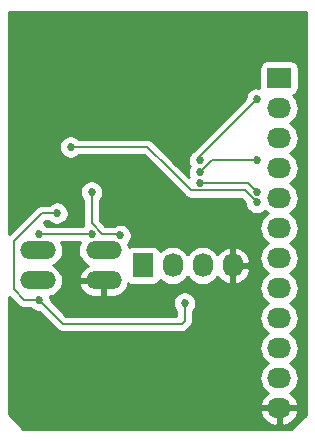
<source format=gbr>
G04 #@! TF.FileFunction,Copper,L2,Bot,Signal*
%FSLAX46Y46*%
G04 Gerber Fmt 4.6, Leading zero omitted, Abs format (unit mm)*
G04 Created by KiCad (PCBNEW 4.0.2+e4-6225~38~ubuntu16.04.1-stable) date Sun 10 Jul 2016 07:48:29 PM PDT*
%MOMM*%
G01*
G04 APERTURE LIST*
%ADD10C,0.100000*%
%ADD11R,2.032000X1.727200*%
%ADD12O,2.032000X1.727200*%
%ADD13O,3.014980X1.506220*%
%ADD14R,1.727200X2.032000*%
%ADD15O,1.727200X2.032000*%
%ADD16C,0.685800*%
%ADD17C,0.152400*%
%ADD18C,0.254000*%
G04 APERTURE END LIST*
D10*
D11*
X168402000Y-109220000D03*
D12*
X168402000Y-111760000D03*
X168402000Y-114300000D03*
X168402000Y-116840000D03*
X168402000Y-119380000D03*
X168402000Y-121920000D03*
X168402000Y-124460000D03*
X168402000Y-127000000D03*
X168402000Y-129540000D03*
X168402000Y-132080000D03*
X168402000Y-134620000D03*
X168402000Y-137160000D03*
D13*
X153543000Y-123825000D03*
X153543000Y-126365000D03*
X147955000Y-123825000D03*
X147955000Y-126365000D03*
D14*
X156845000Y-125095000D03*
D15*
X159385000Y-125095000D03*
X161925000Y-125095000D03*
X164465000Y-125095000D03*
D16*
X166370000Y-137160000D03*
X166497000Y-121285000D03*
X163576000Y-128270000D03*
X166497000Y-116205000D03*
X161671000Y-117221000D03*
X152527000Y-122428000D03*
X148082000Y-122428000D03*
X160401000Y-128270000D03*
X149606000Y-120650000D03*
X148082000Y-128016000D03*
X161671000Y-116205000D03*
X166501850Y-111002850D03*
X152527000Y-118872000D03*
X154940000Y-122555000D03*
X161671000Y-118110000D03*
X166497000Y-118872000D03*
X166497000Y-119761000D03*
X150749000Y-115062000D03*
D17*
X166497000Y-121285000D02*
X166370000Y-121158000D01*
X150495000Y-122428000D02*
X152527000Y-122428000D01*
X162687000Y-116205000D02*
X166497000Y-116205000D01*
X161671000Y-117221000D02*
X162687000Y-116205000D01*
X150495000Y-122428000D02*
X148082000Y-122428000D01*
X148082000Y-128016000D02*
X150114000Y-130048000D01*
X160401000Y-129794000D02*
X160401000Y-128270000D01*
X160147000Y-130048000D02*
X160401000Y-129794000D01*
X150114000Y-130048000D02*
X160147000Y-130048000D01*
X149606000Y-120650000D02*
X148336000Y-120650000D01*
X148336000Y-120650000D02*
X145923000Y-123063000D01*
X145923000Y-123063000D02*
X145923000Y-127127000D01*
X145923000Y-127127000D02*
X146812000Y-128016000D01*
X146812000Y-128016000D02*
X148082000Y-128016000D01*
X161671000Y-115833700D02*
X161671000Y-116205000D01*
X166501850Y-111002850D02*
X161671000Y-115833700D01*
X152527000Y-118872000D02*
X152527000Y-121539000D01*
X152527000Y-121539000D02*
X153416000Y-122428000D01*
X153416000Y-122428000D02*
X154813000Y-122428000D01*
X154813000Y-122428000D02*
X154940000Y-122555000D01*
X165735000Y-118110000D02*
X161671000Y-118110000D01*
X166497000Y-118872000D02*
X165735000Y-118110000D01*
X159131000Y-116967000D02*
X157226000Y-115062000D01*
X166497000Y-119761000D02*
X165481000Y-118745000D01*
X165481000Y-118745000D02*
X160909000Y-118745000D01*
X160909000Y-118745000D02*
X159131000Y-116967000D01*
X157226000Y-115062000D02*
X150749000Y-115062000D01*
D18*
G36*
X170688000Y-137647017D02*
X170646750Y-137783644D01*
X169534582Y-138895812D01*
X169398294Y-138938000D01*
X146832983Y-138938000D01*
X146696356Y-138896750D01*
X145584188Y-137784582D01*
X145542000Y-137648294D01*
X145542000Y-137519026D01*
X166794642Y-137519026D01*
X166797291Y-137534789D01*
X166898314Y-137810919D01*
X167051267Y-138062035D01*
X167250271Y-138278486D01*
X167487679Y-138451954D01*
X167754367Y-138575773D01*
X168040086Y-138645185D01*
X168275000Y-138500925D01*
X168275000Y-137287000D01*
X168529000Y-137287000D01*
X168529000Y-138500925D01*
X168763914Y-138645185D01*
X169049633Y-138575773D01*
X169316321Y-138451954D01*
X169553729Y-138278486D01*
X169752733Y-138062035D01*
X169905686Y-137810919D01*
X170006709Y-137534789D01*
X170009358Y-137519026D01*
X169888217Y-137287000D01*
X168529000Y-137287000D01*
X168275000Y-137287000D01*
X166915783Y-137287000D01*
X166794642Y-137519026D01*
X145542000Y-137519026D01*
X145542000Y-127751788D01*
X146309106Y-128518894D01*
X146359806Y-128560539D01*
X146410195Y-128602821D01*
X146413476Y-128604625D01*
X146416363Y-128606996D01*
X146474238Y-128638028D01*
X146531829Y-128669689D01*
X146535393Y-128670819D01*
X146538689Y-128672587D01*
X146601504Y-128691792D01*
X146664133Y-128711659D01*
X146667851Y-128712076D01*
X146671426Y-128713169D01*
X146736772Y-128719807D01*
X146802070Y-128727131D01*
X146809377Y-128727182D01*
X146809517Y-128727196D01*
X146809648Y-128727184D01*
X146812000Y-128727200D01*
X147409298Y-128727200D01*
X147445137Y-128764312D01*
X147602613Y-128873761D01*
X147778350Y-128950539D01*
X147965652Y-128991720D01*
X148053778Y-128993566D01*
X149611106Y-130550894D01*
X149661828Y-130592558D01*
X149712195Y-130634821D01*
X149715474Y-130636623D01*
X149718362Y-130638996D01*
X149776258Y-130670040D01*
X149833829Y-130701689D01*
X149837392Y-130702819D01*
X149840689Y-130704587D01*
X149903504Y-130723792D01*
X149966133Y-130743659D01*
X149969851Y-130744076D01*
X149973426Y-130745169D01*
X150038772Y-130751807D01*
X150104070Y-130759131D01*
X150111377Y-130759182D01*
X150111517Y-130759196D01*
X150111648Y-130759184D01*
X150114000Y-130759200D01*
X160147000Y-130759200D01*
X160212346Y-130752793D01*
X160277826Y-130747064D01*
X160281421Y-130746020D01*
X160285139Y-130745655D01*
X160347990Y-130726679D01*
X160411117Y-130708339D01*
X160414438Y-130706618D01*
X160418017Y-130705537D01*
X160476012Y-130674701D01*
X160534347Y-130644463D01*
X160537270Y-130642130D01*
X160540572Y-130640374D01*
X160591487Y-130598849D01*
X160642824Y-130557867D01*
X160648024Y-130552738D01*
X160648136Y-130552647D01*
X160648222Y-130552543D01*
X160649894Y-130550894D01*
X160903894Y-130296895D01*
X160945556Y-130246175D01*
X160987821Y-130195805D01*
X160989625Y-130192523D01*
X160991995Y-130189638D01*
X161023018Y-130131780D01*
X161054689Y-130074171D01*
X161055819Y-130070607D01*
X161057587Y-130067311D01*
X161076792Y-130004496D01*
X161096659Y-129941867D01*
X161097076Y-129938149D01*
X161098169Y-129934574D01*
X161104807Y-129869228D01*
X161112131Y-129803930D01*
X161112182Y-129796623D01*
X161112196Y-129796483D01*
X161112184Y-129796352D01*
X161112200Y-129794000D01*
X161112200Y-128943162D01*
X161144848Y-128912072D01*
X161255394Y-128755363D01*
X161333396Y-128580167D01*
X161375884Y-128393156D01*
X161378942Y-128174112D01*
X161341693Y-127985988D01*
X161268613Y-127808682D01*
X161162485Y-127648948D01*
X161027353Y-127512869D01*
X160868364Y-127405629D01*
X160691572Y-127331313D01*
X160503713Y-127292751D01*
X160311942Y-127291412D01*
X160123562Y-127327347D01*
X159945750Y-127399188D01*
X159785279Y-127504198D01*
X159648260Y-127638376D01*
X159539913Y-127796613D01*
X159464364Y-127972882D01*
X159424492Y-128160467D01*
X159421814Y-128352225D01*
X159456433Y-128540850D01*
X159527031Y-128719159D01*
X159630918Y-128880360D01*
X159689800Y-128941334D01*
X159689800Y-129336800D01*
X150408588Y-129336800D01*
X149059005Y-127987217D01*
X149059942Y-127920112D01*
X149022693Y-127731988D01*
X149017057Y-127718314D01*
X149248715Y-127648372D01*
X149487915Y-127521186D01*
X149697857Y-127349962D01*
X149870542Y-127141221D01*
X149999394Y-126902914D01*
X150060140Y-126706674D01*
X151443217Y-126706674D01*
X151457573Y-126778872D01*
X151563891Y-127030594D01*
X151717275Y-127256738D01*
X151911830Y-127448613D01*
X152140080Y-127598845D01*
X152393253Y-127701661D01*
X152661620Y-127753110D01*
X153416000Y-127753110D01*
X153416000Y-126492000D01*
X151565838Y-126492000D01*
X151443217Y-126706674D01*
X150060140Y-126706674D01*
X150079505Y-126644118D01*
X150107823Y-126374691D01*
X150083270Y-126104894D01*
X150006780Y-125845005D01*
X149881268Y-125604922D01*
X149711514Y-125393790D01*
X149503983Y-125219652D01*
X149275582Y-125094087D01*
X149487915Y-124981186D01*
X149697857Y-124809962D01*
X149870542Y-124601221D01*
X149999394Y-124362914D01*
X150079505Y-124104118D01*
X150107823Y-123834691D01*
X150083270Y-123564894D01*
X150006780Y-123305005D01*
X149920099Y-123139200D01*
X151578568Y-123139200D01*
X151498606Y-123287086D01*
X151418495Y-123545882D01*
X151390177Y-123815309D01*
X151414730Y-124085106D01*
X151491220Y-124344995D01*
X151616732Y-124585078D01*
X151786486Y-124796210D01*
X151994017Y-124970348D01*
X152224305Y-125096950D01*
X152140080Y-125131155D01*
X151911830Y-125281387D01*
X151717275Y-125473262D01*
X151563891Y-125699406D01*
X151457573Y-125951128D01*
X151443217Y-126023326D01*
X151565838Y-126238000D01*
X153416000Y-126238000D01*
X153416000Y-126218000D01*
X153670000Y-126218000D01*
X153670000Y-126238000D01*
X153690000Y-126238000D01*
X153690000Y-126492000D01*
X153670000Y-126492000D01*
X153670000Y-127753110D01*
X154424380Y-127753110D01*
X154692747Y-127701661D01*
X154945920Y-127598845D01*
X155174170Y-127448613D01*
X155368725Y-127256738D01*
X155522109Y-127030594D01*
X155628427Y-126778872D01*
X155642783Y-126706674D01*
X155582416Y-126600989D01*
X155639950Y-126650025D01*
X155803637Y-126723810D01*
X155981400Y-126749072D01*
X157708600Y-126749072D01*
X157809721Y-126741008D01*
X157981234Y-126687894D01*
X158131159Y-126589100D01*
X158247625Y-126452450D01*
X158314933Y-126303133D01*
X158321637Y-126311353D01*
X158546994Y-126497784D01*
X158804269Y-126636892D01*
X159083665Y-126723379D01*
X159374538Y-126753951D01*
X159665810Y-126727444D01*
X159946385Y-126644866D01*
X160205578Y-126509363D01*
X160433515Y-126326097D01*
X160621515Y-126102048D01*
X160654299Y-126042413D01*
X160676784Y-126084701D01*
X160861637Y-126311353D01*
X161086994Y-126497784D01*
X161344269Y-126636892D01*
X161623665Y-126723379D01*
X161914538Y-126753951D01*
X162205810Y-126727444D01*
X162486385Y-126644866D01*
X162745578Y-126509363D01*
X162973515Y-126326097D01*
X163161515Y-126102048D01*
X163195556Y-126040128D01*
X163346514Y-126246729D01*
X163562965Y-126445733D01*
X163814081Y-126598686D01*
X164090211Y-126699709D01*
X164105974Y-126702358D01*
X164338000Y-126581217D01*
X164338000Y-125222000D01*
X164592000Y-125222000D01*
X164592000Y-126581217D01*
X164824026Y-126702358D01*
X164839789Y-126699709D01*
X165115919Y-126598686D01*
X165367035Y-126445733D01*
X165583486Y-126246729D01*
X165756954Y-126009321D01*
X165880773Y-125742633D01*
X165950185Y-125456914D01*
X165805925Y-125222000D01*
X164592000Y-125222000D01*
X164338000Y-125222000D01*
X164318000Y-125222000D01*
X164318000Y-124968000D01*
X164338000Y-124968000D01*
X164338000Y-123608783D01*
X164592000Y-123608783D01*
X164592000Y-124968000D01*
X165805925Y-124968000D01*
X165950185Y-124733086D01*
X165880773Y-124447367D01*
X165756954Y-124180679D01*
X165583486Y-123943271D01*
X165367035Y-123744267D01*
X165115919Y-123591314D01*
X164839789Y-123490291D01*
X164824026Y-123487642D01*
X164592000Y-123608783D01*
X164338000Y-123608783D01*
X164105974Y-123487642D01*
X164090211Y-123490291D01*
X163814081Y-123591314D01*
X163562965Y-123744267D01*
X163346514Y-123943271D01*
X163196343Y-124148795D01*
X163173216Y-124105299D01*
X162988363Y-123878647D01*
X162763006Y-123692216D01*
X162505731Y-123553108D01*
X162226335Y-123466621D01*
X161935462Y-123436049D01*
X161644190Y-123462556D01*
X161363615Y-123545134D01*
X161104422Y-123680637D01*
X160876485Y-123863903D01*
X160688485Y-124087952D01*
X160655701Y-124147587D01*
X160633216Y-124105299D01*
X160448363Y-123878647D01*
X160223006Y-123692216D01*
X159965731Y-123553108D01*
X159686335Y-123466621D01*
X159395462Y-123436049D01*
X159104190Y-123462556D01*
X158823615Y-123545134D01*
X158564422Y-123680637D01*
X158336485Y-123863903D01*
X158312255Y-123892780D01*
X158285494Y-123806366D01*
X158186700Y-123656441D01*
X158050050Y-123539975D01*
X157886363Y-123466190D01*
X157708600Y-123440928D01*
X155981400Y-123440928D01*
X155880279Y-123448992D01*
X155708766Y-123502106D01*
X155661883Y-123533000D01*
X155594780Y-123305005D01*
X155586712Y-123289573D01*
X155683848Y-123197072D01*
X155794394Y-123040363D01*
X155872396Y-122865167D01*
X155914884Y-122678156D01*
X155917942Y-122459112D01*
X155880693Y-122270988D01*
X155807613Y-122093682D01*
X155701485Y-121933948D01*
X155566353Y-121797869D01*
X155407364Y-121690629D01*
X155230572Y-121616313D01*
X155042713Y-121577751D01*
X154850942Y-121576412D01*
X154662562Y-121612347D01*
X154484750Y-121684188D01*
X154434914Y-121716800D01*
X153710588Y-121716800D01*
X153238200Y-121244412D01*
X153238200Y-119545162D01*
X153270848Y-119514072D01*
X153381394Y-119357363D01*
X153459396Y-119182167D01*
X153501884Y-118995156D01*
X153504942Y-118776112D01*
X153467693Y-118587988D01*
X153394613Y-118410682D01*
X153288485Y-118250948D01*
X153153353Y-118114869D01*
X152994364Y-118007629D01*
X152817572Y-117933313D01*
X152629713Y-117894751D01*
X152437942Y-117893412D01*
X152249562Y-117929347D01*
X152071750Y-118001188D01*
X151911279Y-118106198D01*
X151774260Y-118240376D01*
X151665913Y-118398613D01*
X151590364Y-118574882D01*
X151550492Y-118762467D01*
X151547814Y-118954225D01*
X151582433Y-119142850D01*
X151653031Y-119321159D01*
X151756918Y-119482360D01*
X151815800Y-119543334D01*
X151815800Y-121539000D01*
X151822207Y-121604346D01*
X151827936Y-121669826D01*
X151828980Y-121673421D01*
X151829345Y-121677139D01*
X151841319Y-121716800D01*
X148753964Y-121716800D01*
X148708353Y-121670869D01*
X148549364Y-121563629D01*
X148464030Y-121527758D01*
X148630589Y-121361200D01*
X148933298Y-121361200D01*
X148969137Y-121398312D01*
X149126613Y-121507761D01*
X149302350Y-121584539D01*
X149489652Y-121625720D01*
X149681387Y-121629736D01*
X149870249Y-121596434D01*
X150049047Y-121527083D01*
X150210969Y-121424325D01*
X150349848Y-121292072D01*
X150460394Y-121135363D01*
X150538396Y-120960167D01*
X150580884Y-120773156D01*
X150583942Y-120554112D01*
X150546693Y-120365988D01*
X150473613Y-120188682D01*
X150367485Y-120028948D01*
X150232353Y-119892869D01*
X150073364Y-119785629D01*
X149896572Y-119711313D01*
X149708713Y-119672751D01*
X149516942Y-119671412D01*
X149328562Y-119707347D01*
X149150750Y-119779188D01*
X148990279Y-119884198D01*
X148934521Y-119938800D01*
X148336000Y-119938800D01*
X148270654Y-119945207D01*
X148205174Y-119950936D01*
X148201579Y-119951980D01*
X148197861Y-119952345D01*
X148135010Y-119971321D01*
X148071883Y-119989661D01*
X148068562Y-119991382D01*
X148064983Y-119992463D01*
X148007008Y-120023288D01*
X147948652Y-120053537D01*
X147945727Y-120055872D01*
X147942428Y-120057626D01*
X147891535Y-120099134D01*
X147840176Y-120140133D01*
X147834972Y-120145265D01*
X147834864Y-120145353D01*
X147834781Y-120145453D01*
X147833105Y-120147106D01*
X145542000Y-122438212D01*
X145542000Y-115144225D01*
X149769814Y-115144225D01*
X149804433Y-115332850D01*
X149875031Y-115511159D01*
X149978918Y-115672360D01*
X150112137Y-115810312D01*
X150269613Y-115919761D01*
X150445350Y-115996539D01*
X150632652Y-116037720D01*
X150824387Y-116041736D01*
X151013249Y-116008434D01*
X151192047Y-115939083D01*
X151353969Y-115836325D01*
X151420257Y-115773200D01*
X156931412Y-115773200D01*
X158628106Y-117469894D01*
X160406106Y-119247895D01*
X160456835Y-119289564D01*
X160507195Y-119331821D01*
X160510476Y-119333625D01*
X160513363Y-119335996D01*
X160571238Y-119367028D01*
X160628829Y-119398689D01*
X160632393Y-119399819D01*
X160635689Y-119401587D01*
X160698504Y-119420792D01*
X160761133Y-119440659D01*
X160764851Y-119441076D01*
X160768426Y-119442169D01*
X160833768Y-119448806D01*
X160899070Y-119456131D01*
X160906378Y-119456182D01*
X160906518Y-119456196D01*
X160906649Y-119456184D01*
X160909000Y-119456200D01*
X165186412Y-119456200D01*
X165518580Y-119788368D01*
X165517814Y-119843225D01*
X165552433Y-120031850D01*
X165623031Y-120210159D01*
X165726918Y-120371360D01*
X165860137Y-120509312D01*
X166017613Y-120618761D01*
X166193350Y-120695539D01*
X166380652Y-120736720D01*
X166572387Y-120740736D01*
X166761249Y-120707434D01*
X166940047Y-120638083D01*
X167101969Y-120535325D01*
X167193882Y-120447797D01*
X167394952Y-120616515D01*
X167454587Y-120649299D01*
X167412299Y-120671784D01*
X167185647Y-120856637D01*
X166999216Y-121081994D01*
X166860108Y-121339269D01*
X166773621Y-121618665D01*
X166743049Y-121909538D01*
X166769556Y-122200810D01*
X166852134Y-122481385D01*
X166987637Y-122740578D01*
X167170903Y-122968515D01*
X167394952Y-123156515D01*
X167454587Y-123189299D01*
X167412299Y-123211784D01*
X167185647Y-123396637D01*
X166999216Y-123621994D01*
X166860108Y-123879269D01*
X166773621Y-124158665D01*
X166743049Y-124449538D01*
X166769556Y-124740810D01*
X166852134Y-125021385D01*
X166987637Y-125280578D01*
X167170903Y-125508515D01*
X167394952Y-125696515D01*
X167454587Y-125729299D01*
X167412299Y-125751784D01*
X167185647Y-125936637D01*
X166999216Y-126161994D01*
X166860108Y-126419269D01*
X166773621Y-126698665D01*
X166743049Y-126989538D01*
X166769556Y-127280810D01*
X166852134Y-127561385D01*
X166987637Y-127820578D01*
X167170903Y-128048515D01*
X167394952Y-128236515D01*
X167454587Y-128269299D01*
X167412299Y-128291784D01*
X167185647Y-128476637D01*
X166999216Y-128701994D01*
X166860108Y-128959269D01*
X166773621Y-129238665D01*
X166743049Y-129529538D01*
X166769556Y-129820810D01*
X166852134Y-130101385D01*
X166987637Y-130360578D01*
X167170903Y-130588515D01*
X167394952Y-130776515D01*
X167454587Y-130809299D01*
X167412299Y-130831784D01*
X167185647Y-131016637D01*
X166999216Y-131241994D01*
X166860108Y-131499269D01*
X166773621Y-131778665D01*
X166743049Y-132069538D01*
X166769556Y-132360810D01*
X166852134Y-132641385D01*
X166987637Y-132900578D01*
X167170903Y-133128515D01*
X167394952Y-133316515D01*
X167454587Y-133349299D01*
X167412299Y-133371784D01*
X167185647Y-133556637D01*
X166999216Y-133781994D01*
X166860108Y-134039269D01*
X166773621Y-134318665D01*
X166743049Y-134609538D01*
X166769556Y-134900810D01*
X166852134Y-135181385D01*
X166987637Y-135440578D01*
X167170903Y-135668515D01*
X167394952Y-135856515D01*
X167456872Y-135890556D01*
X167250271Y-136041514D01*
X167051267Y-136257965D01*
X166898314Y-136509081D01*
X166797291Y-136785211D01*
X166794642Y-136800974D01*
X166915783Y-137033000D01*
X168275000Y-137033000D01*
X168275000Y-137013000D01*
X168529000Y-137013000D01*
X168529000Y-137033000D01*
X169888217Y-137033000D01*
X170009358Y-136800974D01*
X170006709Y-136785211D01*
X169905686Y-136509081D01*
X169752733Y-136257965D01*
X169553729Y-136041514D01*
X169348205Y-135891343D01*
X169391701Y-135868216D01*
X169618353Y-135683363D01*
X169804784Y-135458006D01*
X169943892Y-135200731D01*
X170030379Y-134921335D01*
X170060951Y-134630462D01*
X170034444Y-134339190D01*
X169951866Y-134058615D01*
X169816363Y-133799422D01*
X169633097Y-133571485D01*
X169409048Y-133383485D01*
X169349413Y-133350701D01*
X169391701Y-133328216D01*
X169618353Y-133143363D01*
X169804784Y-132918006D01*
X169943892Y-132660731D01*
X170030379Y-132381335D01*
X170060951Y-132090462D01*
X170034444Y-131799190D01*
X169951866Y-131518615D01*
X169816363Y-131259422D01*
X169633097Y-131031485D01*
X169409048Y-130843485D01*
X169349413Y-130810701D01*
X169391701Y-130788216D01*
X169618353Y-130603363D01*
X169804784Y-130378006D01*
X169943892Y-130120731D01*
X170030379Y-129841335D01*
X170060951Y-129550462D01*
X170034444Y-129259190D01*
X169951866Y-128978615D01*
X169816363Y-128719422D01*
X169633097Y-128491485D01*
X169409048Y-128303485D01*
X169349413Y-128270701D01*
X169391701Y-128248216D01*
X169618353Y-128063363D01*
X169804784Y-127838006D01*
X169943892Y-127580731D01*
X170030379Y-127301335D01*
X170060951Y-127010462D01*
X170034444Y-126719190D01*
X169951866Y-126438615D01*
X169816363Y-126179422D01*
X169633097Y-125951485D01*
X169409048Y-125763485D01*
X169349413Y-125730701D01*
X169391701Y-125708216D01*
X169618353Y-125523363D01*
X169804784Y-125298006D01*
X169943892Y-125040731D01*
X170030379Y-124761335D01*
X170060951Y-124470462D01*
X170034444Y-124179190D01*
X169951866Y-123898615D01*
X169816363Y-123639422D01*
X169633097Y-123411485D01*
X169409048Y-123223485D01*
X169349413Y-123190701D01*
X169391701Y-123168216D01*
X169618353Y-122983363D01*
X169804784Y-122758006D01*
X169943892Y-122500731D01*
X170030379Y-122221335D01*
X170060951Y-121930462D01*
X170034444Y-121639190D01*
X169951866Y-121358615D01*
X169816363Y-121099422D01*
X169633097Y-120871485D01*
X169409048Y-120683485D01*
X169349413Y-120650701D01*
X169391701Y-120628216D01*
X169618353Y-120443363D01*
X169804784Y-120218006D01*
X169943892Y-119960731D01*
X170030379Y-119681335D01*
X170060951Y-119390462D01*
X170034444Y-119099190D01*
X169951866Y-118818615D01*
X169816363Y-118559422D01*
X169633097Y-118331485D01*
X169409048Y-118143485D01*
X169349413Y-118110701D01*
X169391701Y-118088216D01*
X169618353Y-117903363D01*
X169804784Y-117678006D01*
X169943892Y-117420731D01*
X170030379Y-117141335D01*
X170060951Y-116850462D01*
X170034444Y-116559190D01*
X169951866Y-116278615D01*
X169816363Y-116019422D01*
X169633097Y-115791485D01*
X169409048Y-115603485D01*
X169349413Y-115570701D01*
X169391701Y-115548216D01*
X169618353Y-115363363D01*
X169804784Y-115138006D01*
X169943892Y-114880731D01*
X170030379Y-114601335D01*
X170060951Y-114310462D01*
X170034444Y-114019190D01*
X169951866Y-113738615D01*
X169816363Y-113479422D01*
X169633097Y-113251485D01*
X169409048Y-113063485D01*
X169349413Y-113030701D01*
X169391701Y-113008216D01*
X169618353Y-112823363D01*
X169804784Y-112598006D01*
X169943892Y-112340731D01*
X170030379Y-112061335D01*
X170060951Y-111770462D01*
X170034444Y-111479190D01*
X169951866Y-111198615D01*
X169816363Y-110939422D01*
X169633097Y-110711485D01*
X169604220Y-110687255D01*
X169690634Y-110660494D01*
X169840559Y-110561700D01*
X169957025Y-110425050D01*
X170030810Y-110261363D01*
X170056072Y-110083600D01*
X170056072Y-108356400D01*
X170048008Y-108255279D01*
X169994894Y-108083766D01*
X169896100Y-107933841D01*
X169759450Y-107817375D01*
X169595763Y-107743590D01*
X169418000Y-107718328D01*
X167386000Y-107718328D01*
X167284879Y-107726392D01*
X167113366Y-107779506D01*
X166963441Y-107878300D01*
X166846975Y-108014950D01*
X166773190Y-108178637D01*
X166747928Y-108356400D01*
X166747928Y-110055030D01*
X166604563Y-110025601D01*
X166412792Y-110024262D01*
X166224412Y-110060197D01*
X166046600Y-110132038D01*
X165886129Y-110237048D01*
X165749110Y-110371226D01*
X165640763Y-110529463D01*
X165565214Y-110705732D01*
X165525342Y-110893317D01*
X165524205Y-110974706D01*
X161168106Y-115330806D01*
X161126442Y-115381528D01*
X161105782Y-115406149D01*
X161055279Y-115439198D01*
X160918260Y-115573376D01*
X160809913Y-115731613D01*
X160734364Y-115907882D01*
X160694492Y-116095467D01*
X160691814Y-116287225D01*
X160726433Y-116475850D01*
X160797031Y-116654159D01*
X160834302Y-116711993D01*
X160809913Y-116747613D01*
X160734364Y-116923882D01*
X160694492Y-117111467D01*
X160691814Y-117303225D01*
X160726433Y-117491850D01*
X160768902Y-117599113D01*
X159633894Y-116464106D01*
X157728894Y-114559106D01*
X157678172Y-114517442D01*
X157627805Y-114475179D01*
X157624526Y-114473377D01*
X157621638Y-114471004D01*
X157563742Y-114439960D01*
X157506171Y-114408311D01*
X157502608Y-114407181D01*
X157499311Y-114405413D01*
X157436496Y-114386208D01*
X157373867Y-114366341D01*
X157370149Y-114365924D01*
X157366574Y-114364831D01*
X157301228Y-114358193D01*
X157235930Y-114350869D01*
X157228623Y-114350818D01*
X157228483Y-114350804D01*
X157228352Y-114350816D01*
X157226000Y-114350800D01*
X151420964Y-114350800D01*
X151375353Y-114304869D01*
X151216364Y-114197629D01*
X151039572Y-114123313D01*
X150851713Y-114084751D01*
X150659942Y-114083412D01*
X150471562Y-114119347D01*
X150293750Y-114191188D01*
X150133279Y-114296198D01*
X149996260Y-114430376D01*
X149887913Y-114588613D01*
X149812364Y-114764882D01*
X149772492Y-114952467D01*
X149769814Y-115144225D01*
X145542000Y-115144225D01*
X145542000Y-103632000D01*
X170688000Y-103632000D01*
X170688000Y-137647017D01*
X170688000Y-137647017D01*
G37*
X170688000Y-137647017D02*
X170646750Y-137783644D01*
X169534582Y-138895812D01*
X169398294Y-138938000D01*
X146832983Y-138938000D01*
X146696356Y-138896750D01*
X145584188Y-137784582D01*
X145542000Y-137648294D01*
X145542000Y-137519026D01*
X166794642Y-137519026D01*
X166797291Y-137534789D01*
X166898314Y-137810919D01*
X167051267Y-138062035D01*
X167250271Y-138278486D01*
X167487679Y-138451954D01*
X167754367Y-138575773D01*
X168040086Y-138645185D01*
X168275000Y-138500925D01*
X168275000Y-137287000D01*
X168529000Y-137287000D01*
X168529000Y-138500925D01*
X168763914Y-138645185D01*
X169049633Y-138575773D01*
X169316321Y-138451954D01*
X169553729Y-138278486D01*
X169752733Y-138062035D01*
X169905686Y-137810919D01*
X170006709Y-137534789D01*
X170009358Y-137519026D01*
X169888217Y-137287000D01*
X168529000Y-137287000D01*
X168275000Y-137287000D01*
X166915783Y-137287000D01*
X166794642Y-137519026D01*
X145542000Y-137519026D01*
X145542000Y-127751788D01*
X146309106Y-128518894D01*
X146359806Y-128560539D01*
X146410195Y-128602821D01*
X146413476Y-128604625D01*
X146416363Y-128606996D01*
X146474238Y-128638028D01*
X146531829Y-128669689D01*
X146535393Y-128670819D01*
X146538689Y-128672587D01*
X146601504Y-128691792D01*
X146664133Y-128711659D01*
X146667851Y-128712076D01*
X146671426Y-128713169D01*
X146736772Y-128719807D01*
X146802070Y-128727131D01*
X146809377Y-128727182D01*
X146809517Y-128727196D01*
X146809648Y-128727184D01*
X146812000Y-128727200D01*
X147409298Y-128727200D01*
X147445137Y-128764312D01*
X147602613Y-128873761D01*
X147778350Y-128950539D01*
X147965652Y-128991720D01*
X148053778Y-128993566D01*
X149611106Y-130550894D01*
X149661828Y-130592558D01*
X149712195Y-130634821D01*
X149715474Y-130636623D01*
X149718362Y-130638996D01*
X149776258Y-130670040D01*
X149833829Y-130701689D01*
X149837392Y-130702819D01*
X149840689Y-130704587D01*
X149903504Y-130723792D01*
X149966133Y-130743659D01*
X149969851Y-130744076D01*
X149973426Y-130745169D01*
X150038772Y-130751807D01*
X150104070Y-130759131D01*
X150111377Y-130759182D01*
X150111517Y-130759196D01*
X150111648Y-130759184D01*
X150114000Y-130759200D01*
X160147000Y-130759200D01*
X160212346Y-130752793D01*
X160277826Y-130747064D01*
X160281421Y-130746020D01*
X160285139Y-130745655D01*
X160347990Y-130726679D01*
X160411117Y-130708339D01*
X160414438Y-130706618D01*
X160418017Y-130705537D01*
X160476012Y-130674701D01*
X160534347Y-130644463D01*
X160537270Y-130642130D01*
X160540572Y-130640374D01*
X160591487Y-130598849D01*
X160642824Y-130557867D01*
X160648024Y-130552738D01*
X160648136Y-130552647D01*
X160648222Y-130552543D01*
X160649894Y-130550894D01*
X160903894Y-130296895D01*
X160945556Y-130246175D01*
X160987821Y-130195805D01*
X160989625Y-130192523D01*
X160991995Y-130189638D01*
X161023018Y-130131780D01*
X161054689Y-130074171D01*
X161055819Y-130070607D01*
X161057587Y-130067311D01*
X161076792Y-130004496D01*
X161096659Y-129941867D01*
X161097076Y-129938149D01*
X161098169Y-129934574D01*
X161104807Y-129869228D01*
X161112131Y-129803930D01*
X161112182Y-129796623D01*
X161112196Y-129796483D01*
X161112184Y-129796352D01*
X161112200Y-129794000D01*
X161112200Y-128943162D01*
X161144848Y-128912072D01*
X161255394Y-128755363D01*
X161333396Y-128580167D01*
X161375884Y-128393156D01*
X161378942Y-128174112D01*
X161341693Y-127985988D01*
X161268613Y-127808682D01*
X161162485Y-127648948D01*
X161027353Y-127512869D01*
X160868364Y-127405629D01*
X160691572Y-127331313D01*
X160503713Y-127292751D01*
X160311942Y-127291412D01*
X160123562Y-127327347D01*
X159945750Y-127399188D01*
X159785279Y-127504198D01*
X159648260Y-127638376D01*
X159539913Y-127796613D01*
X159464364Y-127972882D01*
X159424492Y-128160467D01*
X159421814Y-128352225D01*
X159456433Y-128540850D01*
X159527031Y-128719159D01*
X159630918Y-128880360D01*
X159689800Y-128941334D01*
X159689800Y-129336800D01*
X150408588Y-129336800D01*
X149059005Y-127987217D01*
X149059942Y-127920112D01*
X149022693Y-127731988D01*
X149017057Y-127718314D01*
X149248715Y-127648372D01*
X149487915Y-127521186D01*
X149697857Y-127349962D01*
X149870542Y-127141221D01*
X149999394Y-126902914D01*
X150060140Y-126706674D01*
X151443217Y-126706674D01*
X151457573Y-126778872D01*
X151563891Y-127030594D01*
X151717275Y-127256738D01*
X151911830Y-127448613D01*
X152140080Y-127598845D01*
X152393253Y-127701661D01*
X152661620Y-127753110D01*
X153416000Y-127753110D01*
X153416000Y-126492000D01*
X151565838Y-126492000D01*
X151443217Y-126706674D01*
X150060140Y-126706674D01*
X150079505Y-126644118D01*
X150107823Y-126374691D01*
X150083270Y-126104894D01*
X150006780Y-125845005D01*
X149881268Y-125604922D01*
X149711514Y-125393790D01*
X149503983Y-125219652D01*
X149275582Y-125094087D01*
X149487915Y-124981186D01*
X149697857Y-124809962D01*
X149870542Y-124601221D01*
X149999394Y-124362914D01*
X150079505Y-124104118D01*
X150107823Y-123834691D01*
X150083270Y-123564894D01*
X150006780Y-123305005D01*
X149920099Y-123139200D01*
X151578568Y-123139200D01*
X151498606Y-123287086D01*
X151418495Y-123545882D01*
X151390177Y-123815309D01*
X151414730Y-124085106D01*
X151491220Y-124344995D01*
X151616732Y-124585078D01*
X151786486Y-124796210D01*
X151994017Y-124970348D01*
X152224305Y-125096950D01*
X152140080Y-125131155D01*
X151911830Y-125281387D01*
X151717275Y-125473262D01*
X151563891Y-125699406D01*
X151457573Y-125951128D01*
X151443217Y-126023326D01*
X151565838Y-126238000D01*
X153416000Y-126238000D01*
X153416000Y-126218000D01*
X153670000Y-126218000D01*
X153670000Y-126238000D01*
X153690000Y-126238000D01*
X153690000Y-126492000D01*
X153670000Y-126492000D01*
X153670000Y-127753110D01*
X154424380Y-127753110D01*
X154692747Y-127701661D01*
X154945920Y-127598845D01*
X155174170Y-127448613D01*
X155368725Y-127256738D01*
X155522109Y-127030594D01*
X155628427Y-126778872D01*
X155642783Y-126706674D01*
X155582416Y-126600989D01*
X155639950Y-126650025D01*
X155803637Y-126723810D01*
X155981400Y-126749072D01*
X157708600Y-126749072D01*
X157809721Y-126741008D01*
X157981234Y-126687894D01*
X158131159Y-126589100D01*
X158247625Y-126452450D01*
X158314933Y-126303133D01*
X158321637Y-126311353D01*
X158546994Y-126497784D01*
X158804269Y-126636892D01*
X159083665Y-126723379D01*
X159374538Y-126753951D01*
X159665810Y-126727444D01*
X159946385Y-126644866D01*
X160205578Y-126509363D01*
X160433515Y-126326097D01*
X160621515Y-126102048D01*
X160654299Y-126042413D01*
X160676784Y-126084701D01*
X160861637Y-126311353D01*
X161086994Y-126497784D01*
X161344269Y-126636892D01*
X161623665Y-126723379D01*
X161914538Y-126753951D01*
X162205810Y-126727444D01*
X162486385Y-126644866D01*
X162745578Y-126509363D01*
X162973515Y-126326097D01*
X163161515Y-126102048D01*
X163195556Y-126040128D01*
X163346514Y-126246729D01*
X163562965Y-126445733D01*
X163814081Y-126598686D01*
X164090211Y-126699709D01*
X164105974Y-126702358D01*
X164338000Y-126581217D01*
X164338000Y-125222000D01*
X164592000Y-125222000D01*
X164592000Y-126581217D01*
X164824026Y-126702358D01*
X164839789Y-126699709D01*
X165115919Y-126598686D01*
X165367035Y-126445733D01*
X165583486Y-126246729D01*
X165756954Y-126009321D01*
X165880773Y-125742633D01*
X165950185Y-125456914D01*
X165805925Y-125222000D01*
X164592000Y-125222000D01*
X164338000Y-125222000D01*
X164318000Y-125222000D01*
X164318000Y-124968000D01*
X164338000Y-124968000D01*
X164338000Y-123608783D01*
X164592000Y-123608783D01*
X164592000Y-124968000D01*
X165805925Y-124968000D01*
X165950185Y-124733086D01*
X165880773Y-124447367D01*
X165756954Y-124180679D01*
X165583486Y-123943271D01*
X165367035Y-123744267D01*
X165115919Y-123591314D01*
X164839789Y-123490291D01*
X164824026Y-123487642D01*
X164592000Y-123608783D01*
X164338000Y-123608783D01*
X164105974Y-123487642D01*
X164090211Y-123490291D01*
X163814081Y-123591314D01*
X163562965Y-123744267D01*
X163346514Y-123943271D01*
X163196343Y-124148795D01*
X163173216Y-124105299D01*
X162988363Y-123878647D01*
X162763006Y-123692216D01*
X162505731Y-123553108D01*
X162226335Y-123466621D01*
X161935462Y-123436049D01*
X161644190Y-123462556D01*
X161363615Y-123545134D01*
X161104422Y-123680637D01*
X160876485Y-123863903D01*
X160688485Y-124087952D01*
X160655701Y-124147587D01*
X160633216Y-124105299D01*
X160448363Y-123878647D01*
X160223006Y-123692216D01*
X159965731Y-123553108D01*
X159686335Y-123466621D01*
X159395462Y-123436049D01*
X159104190Y-123462556D01*
X158823615Y-123545134D01*
X158564422Y-123680637D01*
X158336485Y-123863903D01*
X158312255Y-123892780D01*
X158285494Y-123806366D01*
X158186700Y-123656441D01*
X158050050Y-123539975D01*
X157886363Y-123466190D01*
X157708600Y-123440928D01*
X155981400Y-123440928D01*
X155880279Y-123448992D01*
X155708766Y-123502106D01*
X155661883Y-123533000D01*
X155594780Y-123305005D01*
X155586712Y-123289573D01*
X155683848Y-123197072D01*
X155794394Y-123040363D01*
X155872396Y-122865167D01*
X155914884Y-122678156D01*
X155917942Y-122459112D01*
X155880693Y-122270988D01*
X155807613Y-122093682D01*
X155701485Y-121933948D01*
X155566353Y-121797869D01*
X155407364Y-121690629D01*
X155230572Y-121616313D01*
X155042713Y-121577751D01*
X154850942Y-121576412D01*
X154662562Y-121612347D01*
X154484750Y-121684188D01*
X154434914Y-121716800D01*
X153710588Y-121716800D01*
X153238200Y-121244412D01*
X153238200Y-119545162D01*
X153270848Y-119514072D01*
X153381394Y-119357363D01*
X153459396Y-119182167D01*
X153501884Y-118995156D01*
X153504942Y-118776112D01*
X153467693Y-118587988D01*
X153394613Y-118410682D01*
X153288485Y-118250948D01*
X153153353Y-118114869D01*
X152994364Y-118007629D01*
X152817572Y-117933313D01*
X152629713Y-117894751D01*
X152437942Y-117893412D01*
X152249562Y-117929347D01*
X152071750Y-118001188D01*
X151911279Y-118106198D01*
X151774260Y-118240376D01*
X151665913Y-118398613D01*
X151590364Y-118574882D01*
X151550492Y-118762467D01*
X151547814Y-118954225D01*
X151582433Y-119142850D01*
X151653031Y-119321159D01*
X151756918Y-119482360D01*
X151815800Y-119543334D01*
X151815800Y-121539000D01*
X151822207Y-121604346D01*
X151827936Y-121669826D01*
X151828980Y-121673421D01*
X151829345Y-121677139D01*
X151841319Y-121716800D01*
X148753964Y-121716800D01*
X148708353Y-121670869D01*
X148549364Y-121563629D01*
X148464030Y-121527758D01*
X148630589Y-121361200D01*
X148933298Y-121361200D01*
X148969137Y-121398312D01*
X149126613Y-121507761D01*
X149302350Y-121584539D01*
X149489652Y-121625720D01*
X149681387Y-121629736D01*
X149870249Y-121596434D01*
X150049047Y-121527083D01*
X150210969Y-121424325D01*
X150349848Y-121292072D01*
X150460394Y-121135363D01*
X150538396Y-120960167D01*
X150580884Y-120773156D01*
X150583942Y-120554112D01*
X150546693Y-120365988D01*
X150473613Y-120188682D01*
X150367485Y-120028948D01*
X150232353Y-119892869D01*
X150073364Y-119785629D01*
X149896572Y-119711313D01*
X149708713Y-119672751D01*
X149516942Y-119671412D01*
X149328562Y-119707347D01*
X149150750Y-119779188D01*
X148990279Y-119884198D01*
X148934521Y-119938800D01*
X148336000Y-119938800D01*
X148270654Y-119945207D01*
X148205174Y-119950936D01*
X148201579Y-119951980D01*
X148197861Y-119952345D01*
X148135010Y-119971321D01*
X148071883Y-119989661D01*
X148068562Y-119991382D01*
X148064983Y-119992463D01*
X148007008Y-120023288D01*
X147948652Y-120053537D01*
X147945727Y-120055872D01*
X147942428Y-120057626D01*
X147891535Y-120099134D01*
X147840176Y-120140133D01*
X147834972Y-120145265D01*
X147834864Y-120145353D01*
X147834781Y-120145453D01*
X147833105Y-120147106D01*
X145542000Y-122438212D01*
X145542000Y-115144225D01*
X149769814Y-115144225D01*
X149804433Y-115332850D01*
X149875031Y-115511159D01*
X149978918Y-115672360D01*
X150112137Y-115810312D01*
X150269613Y-115919761D01*
X150445350Y-115996539D01*
X150632652Y-116037720D01*
X150824387Y-116041736D01*
X151013249Y-116008434D01*
X151192047Y-115939083D01*
X151353969Y-115836325D01*
X151420257Y-115773200D01*
X156931412Y-115773200D01*
X158628106Y-117469894D01*
X160406106Y-119247895D01*
X160456835Y-119289564D01*
X160507195Y-119331821D01*
X160510476Y-119333625D01*
X160513363Y-119335996D01*
X160571238Y-119367028D01*
X160628829Y-119398689D01*
X160632393Y-119399819D01*
X160635689Y-119401587D01*
X160698504Y-119420792D01*
X160761133Y-119440659D01*
X160764851Y-119441076D01*
X160768426Y-119442169D01*
X160833768Y-119448806D01*
X160899070Y-119456131D01*
X160906378Y-119456182D01*
X160906518Y-119456196D01*
X160906649Y-119456184D01*
X160909000Y-119456200D01*
X165186412Y-119456200D01*
X165518580Y-119788368D01*
X165517814Y-119843225D01*
X165552433Y-120031850D01*
X165623031Y-120210159D01*
X165726918Y-120371360D01*
X165860137Y-120509312D01*
X166017613Y-120618761D01*
X166193350Y-120695539D01*
X166380652Y-120736720D01*
X166572387Y-120740736D01*
X166761249Y-120707434D01*
X166940047Y-120638083D01*
X167101969Y-120535325D01*
X167193882Y-120447797D01*
X167394952Y-120616515D01*
X167454587Y-120649299D01*
X167412299Y-120671784D01*
X167185647Y-120856637D01*
X166999216Y-121081994D01*
X166860108Y-121339269D01*
X166773621Y-121618665D01*
X166743049Y-121909538D01*
X166769556Y-122200810D01*
X166852134Y-122481385D01*
X166987637Y-122740578D01*
X167170903Y-122968515D01*
X167394952Y-123156515D01*
X167454587Y-123189299D01*
X167412299Y-123211784D01*
X167185647Y-123396637D01*
X166999216Y-123621994D01*
X166860108Y-123879269D01*
X166773621Y-124158665D01*
X166743049Y-124449538D01*
X166769556Y-124740810D01*
X166852134Y-125021385D01*
X166987637Y-125280578D01*
X167170903Y-125508515D01*
X167394952Y-125696515D01*
X167454587Y-125729299D01*
X167412299Y-125751784D01*
X167185647Y-125936637D01*
X166999216Y-126161994D01*
X166860108Y-126419269D01*
X166773621Y-126698665D01*
X166743049Y-126989538D01*
X166769556Y-127280810D01*
X166852134Y-127561385D01*
X166987637Y-127820578D01*
X167170903Y-128048515D01*
X167394952Y-128236515D01*
X167454587Y-128269299D01*
X167412299Y-128291784D01*
X167185647Y-128476637D01*
X166999216Y-128701994D01*
X166860108Y-128959269D01*
X166773621Y-129238665D01*
X166743049Y-129529538D01*
X166769556Y-129820810D01*
X166852134Y-130101385D01*
X166987637Y-130360578D01*
X167170903Y-130588515D01*
X167394952Y-130776515D01*
X167454587Y-130809299D01*
X167412299Y-130831784D01*
X167185647Y-131016637D01*
X166999216Y-131241994D01*
X166860108Y-131499269D01*
X166773621Y-131778665D01*
X166743049Y-132069538D01*
X166769556Y-132360810D01*
X166852134Y-132641385D01*
X166987637Y-132900578D01*
X167170903Y-133128515D01*
X167394952Y-133316515D01*
X167454587Y-133349299D01*
X167412299Y-133371784D01*
X167185647Y-133556637D01*
X166999216Y-133781994D01*
X166860108Y-134039269D01*
X166773621Y-134318665D01*
X166743049Y-134609538D01*
X166769556Y-134900810D01*
X166852134Y-135181385D01*
X166987637Y-135440578D01*
X167170903Y-135668515D01*
X167394952Y-135856515D01*
X167456872Y-135890556D01*
X167250271Y-136041514D01*
X167051267Y-136257965D01*
X166898314Y-136509081D01*
X166797291Y-136785211D01*
X166794642Y-136800974D01*
X166915783Y-137033000D01*
X168275000Y-137033000D01*
X168275000Y-137013000D01*
X168529000Y-137013000D01*
X168529000Y-137033000D01*
X169888217Y-137033000D01*
X170009358Y-136800974D01*
X170006709Y-136785211D01*
X169905686Y-136509081D01*
X169752733Y-136257965D01*
X169553729Y-136041514D01*
X169348205Y-135891343D01*
X169391701Y-135868216D01*
X169618353Y-135683363D01*
X169804784Y-135458006D01*
X169943892Y-135200731D01*
X170030379Y-134921335D01*
X170060951Y-134630462D01*
X170034444Y-134339190D01*
X169951866Y-134058615D01*
X169816363Y-133799422D01*
X169633097Y-133571485D01*
X169409048Y-133383485D01*
X169349413Y-133350701D01*
X169391701Y-133328216D01*
X169618353Y-133143363D01*
X169804784Y-132918006D01*
X169943892Y-132660731D01*
X170030379Y-132381335D01*
X170060951Y-132090462D01*
X170034444Y-131799190D01*
X169951866Y-131518615D01*
X169816363Y-131259422D01*
X169633097Y-131031485D01*
X169409048Y-130843485D01*
X169349413Y-130810701D01*
X169391701Y-130788216D01*
X169618353Y-130603363D01*
X169804784Y-130378006D01*
X169943892Y-130120731D01*
X170030379Y-129841335D01*
X170060951Y-129550462D01*
X170034444Y-129259190D01*
X169951866Y-128978615D01*
X169816363Y-128719422D01*
X169633097Y-128491485D01*
X169409048Y-128303485D01*
X169349413Y-128270701D01*
X169391701Y-128248216D01*
X169618353Y-128063363D01*
X169804784Y-127838006D01*
X169943892Y-127580731D01*
X170030379Y-127301335D01*
X170060951Y-127010462D01*
X170034444Y-126719190D01*
X169951866Y-126438615D01*
X169816363Y-126179422D01*
X169633097Y-125951485D01*
X169409048Y-125763485D01*
X169349413Y-125730701D01*
X169391701Y-125708216D01*
X169618353Y-125523363D01*
X169804784Y-125298006D01*
X169943892Y-125040731D01*
X170030379Y-124761335D01*
X170060951Y-124470462D01*
X170034444Y-124179190D01*
X169951866Y-123898615D01*
X169816363Y-123639422D01*
X169633097Y-123411485D01*
X169409048Y-123223485D01*
X169349413Y-123190701D01*
X169391701Y-123168216D01*
X169618353Y-122983363D01*
X169804784Y-122758006D01*
X169943892Y-122500731D01*
X170030379Y-122221335D01*
X170060951Y-121930462D01*
X170034444Y-121639190D01*
X169951866Y-121358615D01*
X169816363Y-121099422D01*
X169633097Y-120871485D01*
X169409048Y-120683485D01*
X169349413Y-120650701D01*
X169391701Y-120628216D01*
X169618353Y-120443363D01*
X169804784Y-120218006D01*
X169943892Y-119960731D01*
X170030379Y-119681335D01*
X170060951Y-119390462D01*
X170034444Y-119099190D01*
X169951866Y-118818615D01*
X169816363Y-118559422D01*
X169633097Y-118331485D01*
X169409048Y-118143485D01*
X169349413Y-118110701D01*
X169391701Y-118088216D01*
X169618353Y-117903363D01*
X169804784Y-117678006D01*
X169943892Y-117420731D01*
X170030379Y-117141335D01*
X170060951Y-116850462D01*
X170034444Y-116559190D01*
X169951866Y-116278615D01*
X169816363Y-116019422D01*
X169633097Y-115791485D01*
X169409048Y-115603485D01*
X169349413Y-115570701D01*
X169391701Y-115548216D01*
X169618353Y-115363363D01*
X169804784Y-115138006D01*
X169943892Y-114880731D01*
X170030379Y-114601335D01*
X170060951Y-114310462D01*
X170034444Y-114019190D01*
X169951866Y-113738615D01*
X169816363Y-113479422D01*
X169633097Y-113251485D01*
X169409048Y-113063485D01*
X169349413Y-113030701D01*
X169391701Y-113008216D01*
X169618353Y-112823363D01*
X169804784Y-112598006D01*
X169943892Y-112340731D01*
X170030379Y-112061335D01*
X170060951Y-111770462D01*
X170034444Y-111479190D01*
X169951866Y-111198615D01*
X169816363Y-110939422D01*
X169633097Y-110711485D01*
X169604220Y-110687255D01*
X169690634Y-110660494D01*
X169840559Y-110561700D01*
X169957025Y-110425050D01*
X170030810Y-110261363D01*
X170056072Y-110083600D01*
X170056072Y-108356400D01*
X170048008Y-108255279D01*
X169994894Y-108083766D01*
X169896100Y-107933841D01*
X169759450Y-107817375D01*
X169595763Y-107743590D01*
X169418000Y-107718328D01*
X167386000Y-107718328D01*
X167284879Y-107726392D01*
X167113366Y-107779506D01*
X166963441Y-107878300D01*
X166846975Y-108014950D01*
X166773190Y-108178637D01*
X166747928Y-108356400D01*
X166747928Y-110055030D01*
X166604563Y-110025601D01*
X166412792Y-110024262D01*
X166224412Y-110060197D01*
X166046600Y-110132038D01*
X165886129Y-110237048D01*
X165749110Y-110371226D01*
X165640763Y-110529463D01*
X165565214Y-110705732D01*
X165525342Y-110893317D01*
X165524205Y-110974706D01*
X161168106Y-115330806D01*
X161126442Y-115381528D01*
X161105782Y-115406149D01*
X161055279Y-115439198D01*
X160918260Y-115573376D01*
X160809913Y-115731613D01*
X160734364Y-115907882D01*
X160694492Y-116095467D01*
X160691814Y-116287225D01*
X160726433Y-116475850D01*
X160797031Y-116654159D01*
X160834302Y-116711993D01*
X160809913Y-116747613D01*
X160734364Y-116923882D01*
X160694492Y-117111467D01*
X160691814Y-117303225D01*
X160726433Y-117491850D01*
X160768902Y-117599113D01*
X159633894Y-116464106D01*
X157728894Y-114559106D01*
X157678172Y-114517442D01*
X157627805Y-114475179D01*
X157624526Y-114473377D01*
X157621638Y-114471004D01*
X157563742Y-114439960D01*
X157506171Y-114408311D01*
X157502608Y-114407181D01*
X157499311Y-114405413D01*
X157436496Y-114386208D01*
X157373867Y-114366341D01*
X157370149Y-114365924D01*
X157366574Y-114364831D01*
X157301228Y-114358193D01*
X157235930Y-114350869D01*
X157228623Y-114350818D01*
X157228483Y-114350804D01*
X157228352Y-114350816D01*
X157226000Y-114350800D01*
X151420964Y-114350800D01*
X151375353Y-114304869D01*
X151216364Y-114197629D01*
X151039572Y-114123313D01*
X150851713Y-114084751D01*
X150659942Y-114083412D01*
X150471562Y-114119347D01*
X150293750Y-114191188D01*
X150133279Y-114296198D01*
X149996260Y-114430376D01*
X149887913Y-114588613D01*
X149812364Y-114764882D01*
X149772492Y-114952467D01*
X149769814Y-115144225D01*
X145542000Y-115144225D01*
X145542000Y-103632000D01*
X170688000Y-103632000D01*
X170688000Y-137647017D01*
M02*

</source>
